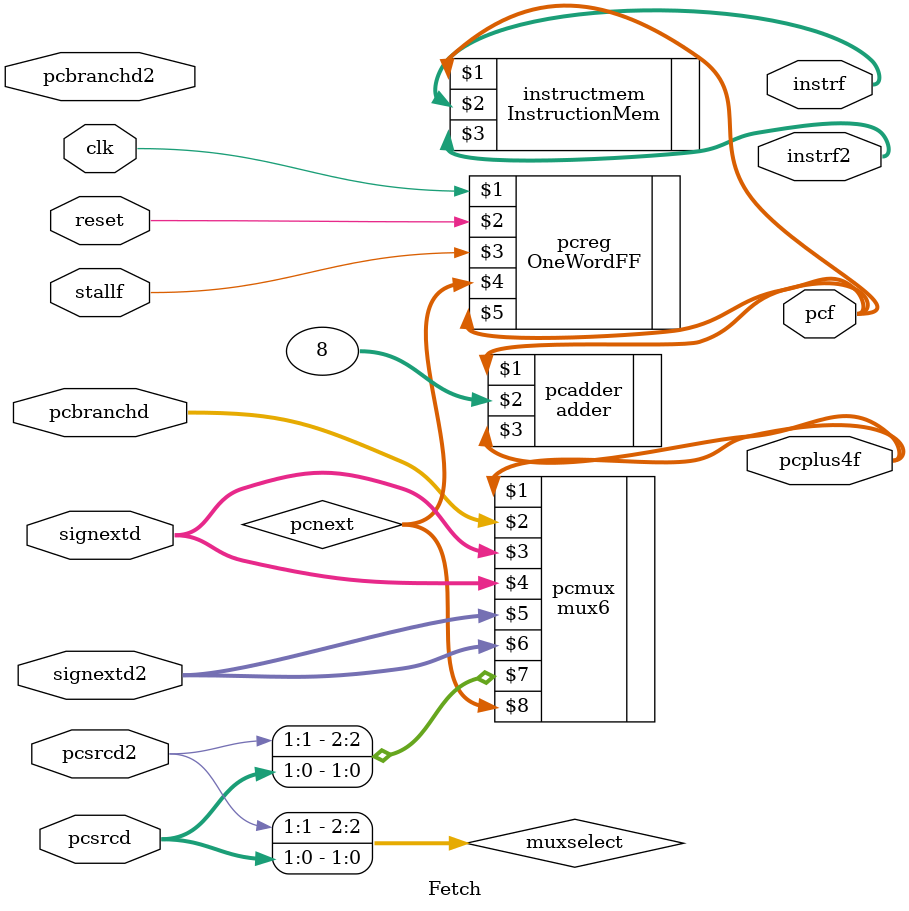
<source format=v>
`timescale 1ns / 1ps


module Fetch(clk, reset, stallf, pcsrcd, pcsrcd2, pcbranchd,pcbranchd2, signextd, signextd2, instrf, instrf2, pcplus4f, pcf);

  input clk, reset, stallf;
  input  [1:0]  pcsrcd, pcsrcd2;
  input  [31:0] signextd, signextd2, pcbranchd,pcbranchd2; 
  output [31:0] instrf, pcplus4f, pcf, instrf2;

  wire [31:0] pcnext;  

  wire [2:0] muxselect;
  assign muxselect = {pcsrcd2[1], pcsrcd};   // [3]  {2beq 1jump 1beq}  

  mux6  	                #(32) pcmux(pcplus4f, pcbranchd, signextd, signextd, signextd2, signextd2, muxselect, pcnext);
  OneWordFF                 pcreg(clk, reset, stallf, pcnext, pcf);
  adder   	                pcadder(pcf, 32'h8, pcplus4f);
  InstructionMem            instructmem(pcf, instrf,instrf2);

endmodule
</source>
